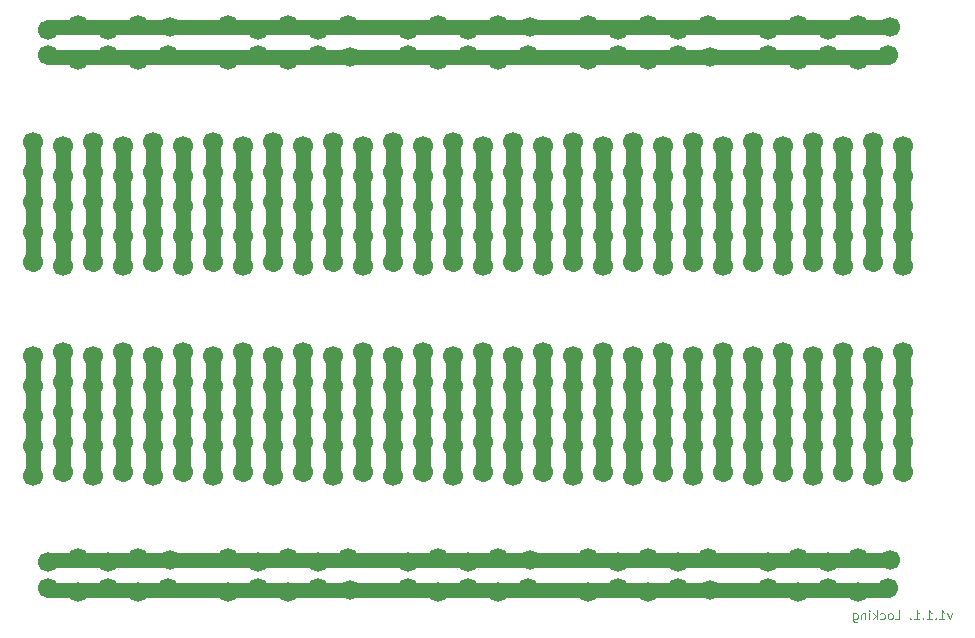
<source format=gbr>
%TF.GenerationSoftware,KiCad,Pcbnew,9.0.1*%
%TF.CreationDate,2025-05-06T21:02:19-04:00*%
%TF.ProjectId,PCB_breadboard,5043425f-6272-4656-9164-626f6172642e,V1.1.1.Locking*%
%TF.SameCoordinates,PX54c81a0PY9157080*%
%TF.FileFunction,Copper,L2,Bot*%
%TF.FilePolarity,Positive*%
%FSLAX46Y46*%
G04 Gerber Fmt 4.6, Leading zero omitted, Abs format (unit mm)*
G04 Created by KiCad (PCBNEW 9.0.1) date 2025-05-06 21:02:19*
%MOMM*%
%LPD*%
G01*
G04 APERTURE LIST*
%ADD10C,0.100000*%
%TA.AperFunction,NonConductor*%
%ADD11C,0.100000*%
%TD*%
%TA.AperFunction,ComponentPad*%
%ADD12C,1.700000*%
%TD*%
%TA.AperFunction,Conductor*%
%ADD13C,1.250000*%
%TD*%
G04 APERTURE END LIST*
D10*
D11*
X82927068Y1196986D02*
X82748496Y696986D01*
X82748496Y696986D02*
X82569925Y1196986D01*
X81891353Y696986D02*
X82319924Y696986D01*
X82105639Y696986D02*
X82105639Y1446986D01*
X82105639Y1446986D02*
X82177067Y1339843D01*
X82177067Y1339843D02*
X82248496Y1268415D01*
X82248496Y1268415D02*
X82319924Y1232700D01*
X81569924Y768415D02*
X81534210Y732700D01*
X81534210Y732700D02*
X81569924Y696986D01*
X81569924Y696986D02*
X81605638Y732700D01*
X81605638Y732700D02*
X81569924Y768415D01*
X81569924Y768415D02*
X81569924Y696986D01*
X80819924Y696986D02*
X81248495Y696986D01*
X81034210Y696986D02*
X81034210Y1446986D01*
X81034210Y1446986D02*
X81105638Y1339843D01*
X81105638Y1339843D02*
X81177067Y1268415D01*
X81177067Y1268415D02*
X81248495Y1232700D01*
X80498495Y768415D02*
X80462781Y732700D01*
X80462781Y732700D02*
X80498495Y696986D01*
X80498495Y696986D02*
X80534209Y732700D01*
X80534209Y732700D02*
X80498495Y768415D01*
X80498495Y768415D02*
X80498495Y696986D01*
X79748495Y696986D02*
X80177066Y696986D01*
X79962781Y696986D02*
X79962781Y1446986D01*
X79962781Y1446986D02*
X80034209Y1339843D01*
X80034209Y1339843D02*
X80105638Y1268415D01*
X80105638Y1268415D02*
X80177066Y1232700D01*
X79427066Y768415D02*
X79391352Y732700D01*
X79391352Y732700D02*
X79427066Y696986D01*
X79427066Y696986D02*
X79462780Y732700D01*
X79462780Y732700D02*
X79427066Y768415D01*
X79427066Y768415D02*
X79427066Y696986D01*
X78141351Y696986D02*
X78498494Y696986D01*
X78498494Y696986D02*
X78498494Y1446986D01*
X77784208Y696986D02*
X77855637Y732700D01*
X77855637Y732700D02*
X77891351Y768415D01*
X77891351Y768415D02*
X77927065Y839843D01*
X77927065Y839843D02*
X77927065Y1054129D01*
X77927065Y1054129D02*
X77891351Y1125558D01*
X77891351Y1125558D02*
X77855637Y1161272D01*
X77855637Y1161272D02*
X77784208Y1196986D01*
X77784208Y1196986D02*
X77677065Y1196986D01*
X77677065Y1196986D02*
X77605637Y1161272D01*
X77605637Y1161272D02*
X77569923Y1125558D01*
X77569923Y1125558D02*
X77534208Y1054129D01*
X77534208Y1054129D02*
X77534208Y839843D01*
X77534208Y839843D02*
X77569923Y768415D01*
X77569923Y768415D02*
X77605637Y732700D01*
X77605637Y732700D02*
X77677065Y696986D01*
X77677065Y696986D02*
X77784208Y696986D01*
X76891352Y732700D02*
X76962780Y696986D01*
X76962780Y696986D02*
X77105637Y696986D01*
X77105637Y696986D02*
X77177066Y732700D01*
X77177066Y732700D02*
X77212780Y768415D01*
X77212780Y768415D02*
X77248494Y839843D01*
X77248494Y839843D02*
X77248494Y1054129D01*
X77248494Y1054129D02*
X77212780Y1125558D01*
X77212780Y1125558D02*
X77177066Y1161272D01*
X77177066Y1161272D02*
X77105637Y1196986D01*
X77105637Y1196986D02*
X76962780Y1196986D01*
X76962780Y1196986D02*
X76891352Y1161272D01*
X76569923Y696986D02*
X76569923Y1446986D01*
X76498495Y982700D02*
X76284209Y696986D01*
X76284209Y1196986D02*
X76569923Y911272D01*
X75962780Y696986D02*
X75962780Y1196986D01*
X75962780Y1446986D02*
X75998494Y1411272D01*
X75998494Y1411272D02*
X75962780Y1375558D01*
X75962780Y1375558D02*
X75927066Y1411272D01*
X75927066Y1411272D02*
X75962780Y1446986D01*
X75962780Y1446986D02*
X75962780Y1375558D01*
X75605637Y1196986D02*
X75605637Y696986D01*
X75605637Y1125558D02*
X75569923Y1161272D01*
X75569923Y1161272D02*
X75498494Y1196986D01*
X75498494Y1196986D02*
X75391351Y1196986D01*
X75391351Y1196986D02*
X75319923Y1161272D01*
X75319923Y1161272D02*
X75284209Y1089843D01*
X75284209Y1089843D02*
X75284209Y696986D01*
X74605638Y1196986D02*
X74605638Y589843D01*
X74605638Y589843D02*
X74641352Y518415D01*
X74641352Y518415D02*
X74677066Y482700D01*
X74677066Y482700D02*
X74748495Y446986D01*
X74748495Y446986D02*
X74855638Y446986D01*
X74855638Y446986D02*
X74927066Y482700D01*
X74605638Y732700D02*
X74677066Y696986D01*
X74677066Y696986D02*
X74819923Y696986D01*
X74819923Y696986D02*
X74891352Y732700D01*
X74891352Y732700D02*
X74927066Y768415D01*
X74927066Y768415D02*
X74962780Y839843D01*
X74962780Y839843D02*
X74962780Y1054129D01*
X74962780Y1054129D02*
X74927066Y1125558D01*
X74927066Y1125558D02*
X74891352Y1161272D01*
X74891352Y1161272D02*
X74819923Y1196986D01*
X74819923Y1196986D02*
X74677066Y1196986D01*
X74677066Y1196986D02*
X74605638Y1161272D01*
D12*
%TO.P,K59,1*%
%TO.N,Net-(K59-Pad1)*%
X50890000Y12860000D03*
%TO.P,K59,2*%
X50890000Y15400000D03*
%TO.P,K59,3*%
X50890000Y17940000D03*
%TO.P,K59,4*%
X50890000Y20480000D03*
%TO.P,K59,5*%
X50890000Y23020000D03*
%TD*%
%TO.P,K28,1*%
%TO.N,Net-(K28-Pad1)*%
X48350000Y30640000D03*
%TO.P,K28,2*%
X48350000Y33180000D03*
%TO.P,K28,3*%
X48350000Y35720000D03*
%TO.P,K28,4*%
X48350000Y38260000D03*
%TO.P,K28,5*%
X48350000Y40800000D03*
%TD*%
%TO.P,K30,1*%
%TO.N,Net-(K30-Pad1)*%
X53430000Y30640000D03*
%TO.P,K30,2*%
X53430000Y33180000D03*
%TO.P,K30,3*%
X53430000Y35720000D03*
%TO.P,K30,4*%
X53430000Y38260000D03*
%TO.P,K30,5*%
X53430000Y40800000D03*
%TD*%
%TO.P,K39,1*%
%TO.N,Net-(K39-Pad1)*%
X76290000Y30980000D03*
%TO.P,K39,2*%
X76290000Y33520000D03*
%TO.P,K39,3*%
X76290000Y36060000D03*
%TO.P,K39,4*%
X76290000Y38600000D03*
%TO.P,K39,5*%
X76290000Y41140000D03*
%TD*%
%TO.P,K63,1*%
%TO.N,Net-(K63-Pad1)*%
X61050000Y12860000D03*
%TO.P,K63,2*%
X61050000Y15400000D03*
%TO.P,K63,3*%
X61050000Y17940000D03*
%TO.P,K63,4*%
X61050000Y20480000D03*
%TO.P,K63,5*%
X61050000Y23020000D03*
%TD*%
%TO.P,K46,1*%
%TO.N,Net-(K46-Pad1)*%
X17870000Y13200000D03*
%TO.P,K46,2*%
X17870000Y15740000D03*
%TO.P,K46,3*%
X17870000Y18280000D03*
%TO.P,K46,4*%
X17870000Y20820000D03*
%TO.P,K46,5*%
X17870000Y23360000D03*
%TD*%
%TO.P,K35,1*%
%TO.N,Net-(K35-Pad1)*%
X66130000Y30980000D03*
%TO.P,K35,2*%
X66130000Y33520000D03*
%TO.P,K35,3*%
X66130000Y36060000D03*
%TO.P,K35,4*%
X66130000Y38600000D03*
%TO.P,K35,5*%
X66130000Y41140000D03*
%TD*%
%TO.P,K14,1*%
%TO.N,Net-(K14-Pad1)*%
X12790000Y30640000D03*
%TO.P,K14,2*%
X12790000Y33180000D03*
%TO.P,K14,3*%
X12790000Y35720000D03*
%TO.P,K14,4*%
X12790000Y38260000D03*
%TO.P,K14,5*%
X12790000Y40800000D03*
%TD*%
%TO.P,K9,1*%
%TO.N,Net-(K10-Pad1)*%
X52160000Y48090000D03*
%TO.P,K9,2*%
X54700000Y48430000D03*
%TO.P,K9,3*%
X57240000Y48090000D03*
%TO.P,K9,4*%
X59780000Y48430000D03*
%TO.P,K9,5*%
X62490000Y48260000D03*
%TD*%
%TO.P,K47,1*%
%TO.N,Net-(K47-Pad1)*%
X20410000Y12860000D03*
%TO.P,K47,2*%
X20410000Y15400000D03*
%TO.P,K47,3*%
X20410000Y17940000D03*
%TO.P,K47,4*%
X20410000Y20480000D03*
%TO.P,K47,5*%
X20410000Y23020000D03*
%TD*%
%TO.P,K56,1*%
%TO.N,Net-(K56-Pad1)*%
X43270000Y13200000D03*
%TO.P,K56,2*%
X43270000Y15740000D03*
%TO.P,K56,3*%
X43270000Y18280000D03*
%TO.P,K56,4*%
X43270000Y20820000D03*
%TO.P,K56,5*%
X43270000Y23360000D03*
%TD*%
%TO.P,K32,1*%
%TO.N,Net-(K32-Pad1)*%
X58510000Y30640000D03*
%TO.P,K32,2*%
X58510000Y33180000D03*
%TO.P,K32,3*%
X58510000Y35720000D03*
%TO.P,K32,4*%
X58510000Y38260000D03*
%TO.P,K32,5*%
X58510000Y40800000D03*
%TD*%
%TO.P,K54,1*%
%TO.N,Net-(K54-Pad1)*%
X38190000Y13200000D03*
%TO.P,K54,2*%
X38190000Y15740000D03*
%TO.P,K54,3*%
X38190000Y18280000D03*
%TO.P,K54,4*%
X38190000Y20820000D03*
%TO.P,K54,5*%
X38190000Y23360000D03*
%TD*%
%TO.P,K26,1*%
%TO.N,Net-(K26-Pad1)*%
X43270000Y30640000D03*
%TO.P,K26,2*%
X43270000Y33180000D03*
%TO.P,K26,3*%
X43270000Y35720000D03*
%TO.P,K26,4*%
X43270000Y38260000D03*
%TO.P,K26,5*%
X43270000Y40800000D03*
%TD*%
%TO.P,K18,1*%
%TO.N,Net-(K18-Pad1)*%
X22950000Y30640000D03*
%TO.P,K18,2*%
X22950000Y33180000D03*
%TO.P,K18,3*%
X22950000Y35720000D03*
%TO.P,K18,4*%
X22950000Y38260000D03*
%TO.P,K18,5*%
X22950000Y40800000D03*
%TD*%
%TO.P,K44,1*%
%TO.N,Net-(K44-Pad1)*%
X12790000Y13200000D03*
%TO.P,K44,2*%
X12790000Y15740000D03*
%TO.P,K44,3*%
X12790000Y18280000D03*
%TO.P,K44,4*%
X12790000Y20820000D03*
%TO.P,K44,5*%
X12790000Y23360000D03*
%TD*%
%TO.P,K15,1*%
%TO.N,Net-(K15-Pad1)*%
X15330000Y30980000D03*
%TO.P,K15,2*%
X15330000Y33520000D03*
%TO.P,K15,3*%
X15330000Y36060000D03*
%TO.P,K15,4*%
X15330000Y38600000D03*
%TO.P,K15,5*%
X15330000Y41140000D03*
%TD*%
%TO.P,K2,1*%
%TO.N,Net-(K1-Pad1)*%
X21680000Y50970000D03*
%TO.P,K2,2*%
X24220000Y50630000D03*
%TO.P,K2,3*%
X26760000Y50970000D03*
%TO.P,K2,4*%
X29300000Y50630000D03*
%TO.P,K2,5*%
X31840000Y50970000D03*
%TD*%
%TO.P,K16,1*%
%TO.N,Net-(K16-Pad1)*%
X17870000Y30640000D03*
%TO.P,K16,2*%
X17870000Y33180000D03*
%TO.P,K16,3*%
X17870000Y35720000D03*
%TO.P,K16,4*%
X17870000Y38260000D03*
%TO.P,K16,5*%
X17870000Y40800000D03*
%TD*%
%TO.P,K13,1*%
%TO.N,Net-(K13-Pad1)*%
X10250000Y30980000D03*
%TO.P,K13,2*%
X10250000Y33520000D03*
%TO.P,K13,3*%
X10250000Y36060000D03*
%TO.P,K13,4*%
X10250000Y38600000D03*
%TO.P,K13,5*%
X10250000Y41140000D03*
%TD*%
%TO.P,K37,1*%
%TO.N,Net-(K37-Pad1)*%
X71210000Y30980000D03*
%TO.P,K37,2*%
X71210000Y33520000D03*
%TO.P,K37,3*%
X71210000Y36060000D03*
%TO.P,K37,4*%
X71210000Y38600000D03*
%TO.P,K37,5*%
X71210000Y41140000D03*
%TD*%
%TO.P,K3,1*%
%TO.N,Net-(K1-Pad1)*%
X36920000Y50630000D03*
%TO.P,K3,2*%
X39460000Y50970000D03*
%TO.P,K3,3*%
X42000000Y50630000D03*
%TO.P,K3,4*%
X44540000Y50970000D03*
%TO.P,K3,5*%
X47250000Y50800000D03*
%TD*%
%TO.P,K73,1*%
%TO.N,Net-(K71-Pad1)*%
X36920000Y5570000D03*
%TO.P,K73,2*%
X39460000Y5910000D03*
%TO.P,K73,3*%
X42000000Y5570000D03*
%TO.P,K73,4*%
X44540000Y5910000D03*
%TO.P,K73,5*%
X47250000Y5740000D03*
%TD*%
%TO.P,K80,1*%
%TO.N,Net-(K76-Pad1)*%
X67400000Y3370000D03*
%TO.P,K80,2*%
X69940000Y3030000D03*
%TO.P,K80,3*%
X72480000Y3370000D03*
%TO.P,K80,4*%
X75020000Y3030000D03*
%TO.P,K80,5*%
X77560000Y3370000D03*
%TD*%
%TO.P,K23,1*%
%TO.N,Net-(K23-Pad1)*%
X35650000Y30980000D03*
%TO.P,K23,2*%
X35650000Y33520000D03*
%TO.P,K23,3*%
X35650000Y36060000D03*
%TO.P,K23,4*%
X35650000Y38600000D03*
%TO.P,K23,5*%
X35650000Y41140000D03*
%TD*%
%TO.P,K68,1*%
%TO.N,Net-(K68-Pad1)*%
X73750000Y13200000D03*
%TO.P,K68,2*%
X73750000Y15740000D03*
%TO.P,K68,3*%
X73750000Y18280000D03*
%TO.P,K68,4*%
X73750000Y20820000D03*
%TO.P,K68,5*%
X73750000Y23360000D03*
%TD*%
%TO.P,K5,1*%
%TO.N,Net-(K1-Pad1)*%
X67400000Y50630000D03*
%TO.P,K5,2*%
X69940000Y50970000D03*
%TO.P,K5,3*%
X72480000Y50630000D03*
%TO.P,K5,4*%
X75020000Y50970000D03*
%TO.P,K5,5*%
X77730000Y50800000D03*
%TD*%
%TO.P,K27,1*%
%TO.N,Net-(K27-Pad1)*%
X45810000Y30980000D03*
%TO.P,K27,2*%
X45810000Y33520000D03*
%TO.P,K27,3*%
X45810000Y36060000D03*
%TO.P,K27,4*%
X45810000Y38600000D03*
%TO.P,K27,5*%
X45810000Y41140000D03*
%TD*%
%TO.P,K64,1*%
%TO.N,Net-(K64-Pad1)*%
X63590000Y13200000D03*
%TO.P,K64,2*%
X63590000Y15740000D03*
%TO.P,K64,3*%
X63590000Y18280000D03*
%TO.P,K64,4*%
X63590000Y20820000D03*
%TO.P,K64,5*%
X63590000Y23360000D03*
%TD*%
%TO.P,K25,1*%
%TO.N,Net-(K25-Pad1)*%
X40730000Y30980000D03*
%TO.P,K25,2*%
X40730000Y33520000D03*
%TO.P,K25,3*%
X40730000Y36060000D03*
%TO.P,K25,4*%
X40730000Y38600000D03*
%TO.P,K25,5*%
X40730000Y41140000D03*
%TD*%
%TO.P,K36,1*%
%TO.N,Net-(K36-Pad1)*%
X68670000Y30640000D03*
%TO.P,K36,2*%
X68670000Y33180000D03*
%TO.P,K36,3*%
X68670000Y35720000D03*
%TO.P,K36,4*%
X68670000Y38260000D03*
%TO.P,K36,5*%
X68670000Y40800000D03*
%TD*%
%TO.P,K21,1*%
%TO.N,Net-(K21-Pad1)*%
X30570000Y30980000D03*
%TO.P,K21,2*%
X30570000Y33520000D03*
%TO.P,K21,3*%
X30570000Y36060000D03*
%TO.P,K21,4*%
X30570000Y38600000D03*
%TO.P,K21,5*%
X30570000Y41140000D03*
%TD*%
%TO.P,K1,1*%
%TO.N,Net-(K1-Pad1)*%
X6440000Y50630000D03*
%TO.P,K1,2*%
X8980000Y50970000D03*
%TO.P,K1,3*%
X11520000Y50630000D03*
%TO.P,K1,4*%
X14060000Y50970000D03*
%TO.P,K1,5*%
X16770000Y50800000D03*
%TD*%
%TO.P,K79,1*%
%TO.N,Net-(K76-Pad1)*%
X52160000Y3030000D03*
%TO.P,K79,2*%
X54700000Y3370000D03*
%TO.P,K79,3*%
X57240000Y3030000D03*
%TO.P,K79,4*%
X59780000Y3370000D03*
%TO.P,K79,5*%
X62490000Y3200000D03*
%TD*%
%TO.P,K6,1*%
%TO.N,Net-(K10-Pad1)*%
X6440000Y48430000D03*
%TO.P,K6,2*%
X8980000Y48090000D03*
%TO.P,K6,3*%
X11520000Y48430000D03*
%TO.P,K6,4*%
X14060000Y48090000D03*
%TO.P,K6,5*%
X16600000Y48430000D03*
%TD*%
%TO.P,K51,1*%
%TO.N,Net-(K51-Pad1)*%
X30570000Y12860000D03*
%TO.P,K51,2*%
X30570000Y15400000D03*
%TO.P,K51,3*%
X30570000Y17940000D03*
%TO.P,K51,4*%
X30570000Y20480000D03*
%TO.P,K51,5*%
X30570000Y23020000D03*
%TD*%
%TO.P,K41,1*%
%TO.N,Net-(K41-Pad1)*%
X5170000Y12860000D03*
%TO.P,K41,2*%
X5170000Y15400000D03*
%TO.P,K41,3*%
X5170000Y17940000D03*
%TO.P,K41,4*%
X5170000Y20480000D03*
%TO.P,K41,5*%
X5170000Y23020000D03*
%TD*%
%TO.P,K45,1*%
%TO.N,Net-(K45-Pad1)*%
X15330000Y12860000D03*
%TO.P,K45,2*%
X15330000Y15400000D03*
%TO.P,K45,3*%
X15330000Y17940000D03*
%TO.P,K45,4*%
X15330000Y20480000D03*
%TO.P,K45,5*%
X15330000Y23020000D03*
%TD*%
%TO.P,K40,1*%
%TO.N,Net-(K40-Pad1)*%
X78830000Y30640000D03*
%TO.P,K40,2*%
X78830000Y33180000D03*
%TO.P,K40,3*%
X78830000Y35720000D03*
%TO.P,K40,4*%
X78830000Y38260000D03*
%TO.P,K40,5*%
X78830000Y40800000D03*
%TD*%
%TO.P,K11,1*%
%TO.N,Net-(K11-Pad1)*%
X5170000Y30980000D03*
%TO.P,K11,2*%
X5170000Y33520000D03*
%TO.P,K11,3*%
X5170000Y36060000D03*
%TO.P,K11,4*%
X5170000Y38600000D03*
%TO.P,K11,5*%
X5170000Y41140000D03*
%TD*%
%TO.P,K31,1*%
%TO.N,Net-(K31-Pad1)*%
X55970000Y30980000D03*
%TO.P,K31,2*%
X55970000Y33520000D03*
%TO.P,K31,3*%
X55970000Y36060000D03*
%TO.P,K31,4*%
X55970000Y38600000D03*
%TO.P,K31,5*%
X55970000Y41140000D03*
%TD*%
%TO.P,K43,1*%
%TO.N,Net-(K43-Pad1)*%
X10250000Y12860000D03*
%TO.P,K43,2*%
X10250000Y15400000D03*
%TO.P,K43,3*%
X10250000Y17940000D03*
%TO.P,K43,4*%
X10250000Y20480000D03*
%TO.P,K43,5*%
X10250000Y23020000D03*
%TD*%
%TO.P,K72,1*%
%TO.N,Net-(K71-Pad1)*%
X21680000Y5910000D03*
%TO.P,K72,2*%
X24220000Y5570000D03*
%TO.P,K72,3*%
X26760000Y5910000D03*
%TO.P,K72,4*%
X29300000Y5570000D03*
%TO.P,K72,5*%
X31840000Y5910000D03*
%TD*%
%TO.P,K33,1*%
%TO.N,Net-(K33-Pad1)*%
X61050000Y30980000D03*
%TO.P,K33,2*%
X61050000Y33520000D03*
%TO.P,K33,3*%
X61050000Y36060000D03*
%TO.P,K33,4*%
X61050000Y38600000D03*
%TO.P,K33,5*%
X61050000Y41140000D03*
%TD*%
%TO.P,K55,1*%
%TO.N,Net-(K55-Pad1)*%
X40730000Y12860000D03*
%TO.P,K55,2*%
X40730000Y15400000D03*
%TO.P,K55,3*%
X40730000Y17940000D03*
%TO.P,K55,4*%
X40730000Y20480000D03*
%TO.P,K55,5*%
X40730000Y23020000D03*
%TD*%
%TO.P,K53,1*%
%TO.N,Net-(K53-Pad1)*%
X35650000Y12860000D03*
%TO.P,K53,2*%
X35650000Y15400000D03*
%TO.P,K53,3*%
X35650000Y17940000D03*
%TO.P,K53,4*%
X35650000Y20480000D03*
%TO.P,K53,5*%
X35650000Y23020000D03*
%TD*%
%TO.P,K57,1*%
%TO.N,Net-(K57-Pad1)*%
X45810000Y12860000D03*
%TO.P,K57,2*%
X45810000Y15400000D03*
%TO.P,K57,3*%
X45810000Y17940000D03*
%TO.P,K57,4*%
X45810000Y20480000D03*
%TO.P,K57,5*%
X45810000Y23020000D03*
%TD*%
%TO.P,K10,1*%
%TO.N,Net-(K10-Pad1)*%
X67400000Y48430000D03*
%TO.P,K10,2*%
X69940000Y48090000D03*
%TO.P,K10,3*%
X72480000Y48430000D03*
%TO.P,K10,4*%
X75020000Y48090000D03*
%TO.P,K10,5*%
X77560000Y48430000D03*
%TD*%
%TO.P,K8,1*%
%TO.N,Net-(K10-Pad1)*%
X36920000Y48430000D03*
%TO.P,K8,2*%
X39460000Y48090000D03*
%TO.P,K8,3*%
X42000000Y48430000D03*
%TO.P,K8,4*%
X44540000Y48090000D03*
%TO.P,K8,5*%
X47080000Y48430000D03*
%TD*%
%TO.P,K7,1*%
%TO.N,Net-(K10-Pad1)*%
X21680000Y48090000D03*
%TO.P,K7,2*%
X24220000Y48430000D03*
%TO.P,K7,3*%
X26760000Y48090000D03*
%TO.P,K7,4*%
X29300000Y48430000D03*
%TO.P,K7,5*%
X32010000Y48260000D03*
%TD*%
%TO.P,K24,1*%
%TO.N,Net-(K24-Pad1)*%
X38190000Y30640000D03*
%TO.P,K24,2*%
X38190000Y33180000D03*
%TO.P,K24,3*%
X38190000Y35720000D03*
%TO.P,K24,4*%
X38190000Y38260000D03*
%TO.P,K24,5*%
X38190000Y40800000D03*
%TD*%
%TO.P,K19,1*%
%TO.N,Net-(K19-Pad1)*%
X25490000Y30980000D03*
%TO.P,K19,2*%
X25490000Y33520000D03*
%TO.P,K19,3*%
X25490000Y36060000D03*
%TO.P,K19,4*%
X25490000Y38600000D03*
%TO.P,K19,5*%
X25490000Y41140000D03*
%TD*%
%TO.P,K49,1*%
%TO.N,Net-(K49-Pad1)*%
X25490000Y12860000D03*
%TO.P,K49,2*%
X25490000Y15400000D03*
%TO.P,K49,3*%
X25490000Y17940000D03*
%TO.P,K49,4*%
X25490000Y20480000D03*
%TO.P,K49,5*%
X25490000Y23020000D03*
%TD*%
%TO.P,K70,1*%
%TO.N,Net-(K70-Pad1)*%
X78830000Y13200000D03*
%TO.P,K70,2*%
X78830000Y15740000D03*
%TO.P,K70,3*%
X78830000Y18280000D03*
%TO.P,K70,4*%
X78830000Y20820000D03*
%TO.P,K70,5*%
X78830000Y23360000D03*
%TD*%
%TO.P,K78,1*%
%TO.N,Net-(K76-Pad1)*%
X36920000Y3370000D03*
%TO.P,K78,2*%
X39460000Y3030000D03*
%TO.P,K78,3*%
X42000000Y3370000D03*
%TO.P,K78,4*%
X44540000Y3030000D03*
%TO.P,K78,5*%
X47080000Y3370000D03*
%TD*%
%TO.P,K71,1*%
%TO.N,Net-(K71-Pad1)*%
X6440000Y5570000D03*
%TO.P,K71,2*%
X8980000Y5910000D03*
%TO.P,K71,3*%
X11520000Y5570000D03*
%TO.P,K71,4*%
X14060000Y5910000D03*
%TO.P,K71,5*%
X16770000Y5740000D03*
%TD*%
%TO.P,K29,1*%
%TO.N,Net-(K29-Pad1)*%
X50890000Y30980000D03*
%TO.P,K29,2*%
X50890000Y33520000D03*
%TO.P,K29,3*%
X50890000Y36060000D03*
%TO.P,K29,4*%
X50890000Y38600000D03*
%TO.P,K29,5*%
X50890000Y41140000D03*
%TD*%
%TO.P,K61,1*%
%TO.N,Net-(K61-Pad1)*%
X55970000Y12860000D03*
%TO.P,K61,2*%
X55970000Y15400000D03*
%TO.P,K61,3*%
X55970000Y17940000D03*
%TO.P,K61,4*%
X55970000Y20480000D03*
%TO.P,K61,5*%
X55970000Y23020000D03*
%TD*%
%TO.P,K74,1*%
%TO.N,Net-(K71-Pad1)*%
X52160000Y5910000D03*
%TO.P,K74,2*%
X54700000Y5570000D03*
%TO.P,K74,3*%
X57240000Y5910000D03*
%TO.P,K74,4*%
X59780000Y5570000D03*
%TO.P,K74,5*%
X62320000Y5910000D03*
%TD*%
%TO.P,K75,1*%
%TO.N,Net-(K71-Pad1)*%
X67400000Y5570000D03*
%TO.P,K75,2*%
X69940000Y5910000D03*
%TO.P,K75,3*%
X72480000Y5570000D03*
%TO.P,K75,4*%
X75020000Y5910000D03*
%TO.P,K75,5*%
X77730000Y5740000D03*
%TD*%
%TO.P,K62,1*%
%TO.N,Net-(K62-Pad1)*%
X58510000Y13200000D03*
%TO.P,K62,2*%
X58510000Y15740000D03*
%TO.P,K62,3*%
X58510000Y18280000D03*
%TO.P,K62,4*%
X58510000Y20820000D03*
%TO.P,K62,5*%
X58510000Y23360000D03*
%TD*%
%TO.P,K60,1*%
%TO.N,Net-(K60-Pad1)*%
X53430000Y13200000D03*
%TO.P,K60,2*%
X53430000Y15740000D03*
%TO.P,K60,3*%
X53430000Y18280000D03*
%TO.P,K60,4*%
X53430000Y20820000D03*
%TO.P,K60,5*%
X53430000Y23360000D03*
%TD*%
%TO.P,K42,1*%
%TO.N,Net-(K42-Pad1)*%
X7710000Y13200000D03*
%TO.P,K42,2*%
X7710000Y15740000D03*
%TO.P,K42,3*%
X7710000Y18280000D03*
%TO.P,K42,4*%
X7710000Y20820000D03*
%TO.P,K42,5*%
X7710000Y23360000D03*
%TD*%
%TO.P,K58,1*%
%TO.N,Net-(K58-Pad1)*%
X48350000Y13200000D03*
%TO.P,K58,2*%
X48350000Y15740000D03*
%TO.P,K58,3*%
X48350000Y18280000D03*
%TO.P,K58,4*%
X48350000Y20820000D03*
%TO.P,K58,5*%
X48350000Y23360000D03*
%TD*%
%TO.P,K76,1*%
%TO.N,Net-(K76-Pad1)*%
X6440000Y3370000D03*
%TO.P,K76,2*%
X8980000Y3030000D03*
%TO.P,K76,3*%
X11520000Y3370000D03*
%TO.P,K76,4*%
X14060000Y3030000D03*
%TO.P,K76,5*%
X16600000Y3370000D03*
%TD*%
%TO.P,K17,1*%
%TO.N,Net-(K17-Pad1)*%
X20410000Y30980000D03*
%TO.P,K17,2*%
X20410000Y33520000D03*
%TO.P,K17,3*%
X20410000Y36060000D03*
%TO.P,K17,4*%
X20410000Y38600000D03*
%TO.P,K17,5*%
X20410000Y41140000D03*
%TD*%
%TO.P,K66,1*%
%TO.N,Net-(K66-Pad1)*%
X68670000Y13200000D03*
%TO.P,K66,2*%
X68670000Y15740000D03*
%TO.P,K66,3*%
X68670000Y18280000D03*
%TO.P,K66,4*%
X68670000Y20820000D03*
%TO.P,K66,5*%
X68670000Y23360000D03*
%TD*%
%TO.P,K34,1*%
%TO.N,Net-(K34-Pad1)*%
X63590000Y30640000D03*
%TO.P,K34,2*%
X63590000Y33180000D03*
%TO.P,K34,3*%
X63590000Y35720000D03*
%TO.P,K34,4*%
X63590000Y38260000D03*
%TO.P,K34,5*%
X63590000Y40800000D03*
%TD*%
%TO.P,K65,1*%
%TO.N,Net-(K65-Pad1)*%
X66130000Y12860000D03*
%TO.P,K65,2*%
X66130000Y15400000D03*
%TO.P,K65,3*%
X66130000Y17940000D03*
%TO.P,K65,4*%
X66130000Y20480000D03*
%TO.P,K65,5*%
X66130000Y23020000D03*
%TD*%
%TO.P,K4,1*%
%TO.N,Net-(K1-Pad1)*%
X52160000Y50970000D03*
%TO.P,K4,2*%
X54700000Y50630000D03*
%TO.P,K4,3*%
X57240000Y50970000D03*
%TO.P,K4,4*%
X59780000Y50630000D03*
%TO.P,K4,5*%
X62320000Y50970000D03*
%TD*%
%TO.P,K69,1*%
%TO.N,Net-(K69-Pad1)*%
X76290000Y12860000D03*
%TO.P,K69,2*%
X76290000Y15400000D03*
%TO.P,K69,3*%
X76290000Y17940000D03*
%TO.P,K69,4*%
X76290000Y20480000D03*
%TO.P,K69,5*%
X76290000Y23020000D03*
%TD*%
%TO.P,K22,1*%
%TO.N,Net-(K22-Pad1)*%
X33110000Y30640000D03*
%TO.P,K22,2*%
X33110000Y33180000D03*
%TO.P,K22,3*%
X33110000Y35720000D03*
%TO.P,K22,4*%
X33110000Y38260000D03*
%TO.P,K22,5*%
X33110000Y40800000D03*
%TD*%
%TO.P,K67,1*%
%TO.N,Net-(K67-Pad1)*%
X71210000Y12860000D03*
%TO.P,K67,2*%
X71210000Y15400000D03*
%TO.P,K67,3*%
X71210000Y17940000D03*
%TO.P,K67,4*%
X71210000Y20480000D03*
%TO.P,K67,5*%
X71210000Y23020000D03*
%TD*%
%TO.P,K12,1*%
%TO.N,Net-(K12-Pad1)*%
X7710000Y30640000D03*
%TO.P,K12,2*%
X7710000Y33180000D03*
%TO.P,K12,3*%
X7710000Y35720000D03*
%TO.P,K12,4*%
X7710000Y38260000D03*
%TO.P,K12,5*%
X7710000Y40800000D03*
%TD*%
%TO.P,K50,1*%
%TO.N,Net-(K50-Pad1)*%
X28030000Y13200000D03*
%TO.P,K50,2*%
X28030000Y15740000D03*
%TO.P,K50,3*%
X28030000Y18280000D03*
%TO.P,K50,4*%
X28030000Y20820000D03*
%TO.P,K50,5*%
X28030000Y23360000D03*
%TD*%
%TO.P,K38,1*%
%TO.N,Net-(K38-Pad1)*%
X73750000Y30640000D03*
%TO.P,K38,2*%
X73750000Y33180000D03*
%TO.P,K38,3*%
X73750000Y35720000D03*
%TO.P,K38,4*%
X73750000Y38260000D03*
%TO.P,K38,5*%
X73750000Y40800000D03*
%TD*%
%TO.P,K20,1*%
%TO.N,Net-(K20-Pad1)*%
X28030000Y30640000D03*
%TO.P,K20,2*%
X28030000Y33180000D03*
%TO.P,K20,3*%
X28030000Y35720000D03*
%TO.P,K20,4*%
X28030000Y38260000D03*
%TO.P,K20,5*%
X28030000Y40800000D03*
%TD*%
%TO.P,K48,1*%
%TO.N,Net-(K48-Pad1)*%
X22950000Y13200000D03*
%TO.P,K48,2*%
X22950000Y15740000D03*
%TO.P,K48,3*%
X22950000Y18280000D03*
%TO.P,K48,4*%
X22950000Y20820000D03*
%TO.P,K48,5*%
X22950000Y23360000D03*
%TD*%
%TO.P,K77,1*%
%TO.N,Net-(K76-Pad1)*%
X21680000Y3030000D03*
%TO.P,K77,2*%
X24220000Y3370000D03*
%TO.P,K77,3*%
X26760000Y3030000D03*
%TO.P,K77,4*%
X29300000Y3370000D03*
%TO.P,K77,5*%
X32010000Y3200000D03*
%TD*%
%TO.P,K52,1*%
%TO.N,Net-(K52-Pad1)*%
X33110000Y13200000D03*
%TO.P,K52,2*%
X33110000Y15740000D03*
%TO.P,K52,3*%
X33110000Y18280000D03*
%TO.P,K52,4*%
X33110000Y20820000D03*
%TO.P,K52,5*%
X33110000Y23360000D03*
%TD*%
D13*
%TO.N,Net-(K1-Pad1)*%
X6440000Y50800000D02*
X77560000Y50800000D01*
%TO.N,Net-(K25-Pad1)*%
X40730000Y30810000D02*
X40730000Y40970000D01*
%TO.N,Net-(K10-Pad1)*%
X77560000Y48260000D02*
X6440000Y48260000D01*
%TO.N,Net-(K11-Pad1)*%
X5170000Y30810000D02*
X5170000Y40970000D01*
%TO.N,Net-(K12-Pad1)*%
X7710000Y40970000D02*
X7710000Y30810000D01*
%TO.N,Net-(K13-Pad1)*%
X10250000Y30810000D02*
X10250000Y40970000D01*
%TO.N,Net-(K14-Pad1)*%
X12790000Y40970000D02*
X12790000Y30810000D01*
%TO.N,Net-(K15-Pad1)*%
X15330000Y30810000D02*
X15330000Y40970000D01*
%TO.N,Net-(K16-Pad1)*%
X17870000Y40970000D02*
X17870000Y30810000D01*
%TO.N,Net-(K17-Pad1)*%
X20410000Y30810000D02*
X20410000Y40970000D01*
%TO.N,Net-(K18-Pad1)*%
X22950000Y40970000D02*
X22950000Y30810000D01*
%TO.N,Net-(K19-Pad1)*%
X25490000Y30810000D02*
X25490000Y40970000D01*
%TO.N,Net-(K20-Pad1)*%
X28030000Y40970000D02*
X28030000Y30810000D01*
%TO.N,Net-(K21-Pad1)*%
X30570000Y30810000D02*
X30570000Y40970000D01*
%TO.N,Net-(K22-Pad1)*%
X33110000Y40970000D02*
X33110000Y30810000D01*
%TO.N,Net-(K23-Pad1)*%
X35650000Y30810000D02*
X35650000Y40970000D01*
%TO.N,Net-(K24-Pad1)*%
X38190000Y40970000D02*
X38190000Y30810000D01*
%TO.N,Net-(K29-Pad1)*%
X50890000Y30810000D02*
X50890000Y40970000D01*
%TO.N,Net-(K30-Pad1)*%
X53430000Y40970000D02*
X53430000Y30810000D01*
%TO.N,Net-(K31-Pad1)*%
X55970000Y30810000D02*
X55970000Y40970000D01*
%TO.N,Net-(K32-Pad1)*%
X58510000Y40970000D02*
X58510000Y30810000D01*
%TO.N,Net-(K33-Pad1)*%
X61050000Y30810000D02*
X61050000Y40970000D01*
%TO.N,Net-(K34-Pad1)*%
X63590000Y40970000D02*
X63590000Y30810000D01*
%TO.N,Net-(K35-Pad1)*%
X66130000Y30810000D02*
X66130000Y40970000D01*
%TO.N,Net-(K36-Pad1)*%
X68670000Y40970000D02*
X68670000Y30810000D01*
%TO.N,Net-(K39-Pad1)*%
X76290000Y30810000D02*
X76290000Y40970000D01*
%TO.N,Net-(K40-Pad1)*%
X78830000Y40970000D02*
X78830000Y30810000D01*
%TO.N,Net-(K41-Pad1)*%
X5170000Y13030000D02*
X5170000Y23190000D01*
%TO.N,Net-(K42-Pad1)*%
X7710000Y23190000D02*
X7710000Y13030000D01*
%TO.N,Net-(K45-Pad1)*%
X15330000Y13030000D02*
X15330000Y23190000D01*
%TO.N,Net-(K46-Pad1)*%
X17870000Y23190000D02*
X17870000Y13030000D01*
%TO.N,Net-(K47-Pad1)*%
X20410000Y13030000D02*
X20410000Y23190000D01*
%TO.N,Net-(K48-Pad1)*%
X22950000Y23190000D02*
X22950000Y13030000D01*
%TO.N,Net-(K49-Pad1)*%
X25490000Y13030000D02*
X25490000Y23190000D01*
%TO.N,Net-(K50-Pad1)*%
X28030000Y23190000D02*
X28030000Y13030000D01*
%TO.N,Net-(K51-Pad1)*%
X30570000Y13030000D02*
X30570000Y23190000D01*
%TO.N,Net-(K52-Pad1)*%
X33110000Y23190000D02*
X33110000Y13030000D01*
%TO.N,Net-(K57-Pad1)*%
X45810000Y13030000D02*
X45810000Y23190000D01*
%TO.N,Net-(K58-Pad1)*%
X48350000Y23190000D02*
X48350000Y13030000D01*
%TO.N,Net-(K59-Pad1)*%
X50890000Y13030000D02*
X50890000Y23190000D01*
%TO.N,Net-(K60-Pad1)*%
X53430000Y23190000D02*
X53430000Y13030000D01*
%TO.N,Net-(K61-Pad1)*%
X55970000Y13030000D02*
X55970000Y23190000D01*
%TO.N,Net-(K62-Pad1)*%
X58510000Y23190000D02*
X58510000Y13030000D01*
%TO.N,Net-(K63-Pad1)*%
X61050000Y13030000D02*
X61050000Y23190000D01*
%TO.N,Net-(K64-Pad1)*%
X63590000Y23190000D02*
X63590000Y13030000D01*
%TO.N,Net-(K65-Pad1)*%
X66130000Y13030000D02*
X66130000Y23190000D01*
%TO.N,Net-(K66-Pad1)*%
X68670000Y23190000D02*
X68670000Y13030000D01*
%TO.N,Net-(K67-Pad1)*%
X71210000Y13030000D02*
X71210000Y23190000D01*
%TO.N,Net-(K68-Pad1)*%
X73750000Y23190000D02*
X73750000Y13030000D01*
%TO.N,Net-(K76-Pad1)*%
X16600000Y3200000D02*
X77560000Y3200000D01*
X6440000Y3200000D02*
X16600000Y3200000D01*
%TO.N,Net-(K26-Pad1)*%
X43270000Y40970000D02*
X43270000Y30810000D01*
%TO.N,Net-(K27-Pad1)*%
X45810000Y30810000D02*
X45810000Y40970000D01*
%TO.N,Net-(K28-Pad1)*%
X48350000Y40970000D02*
X48350000Y30810000D01*
%TO.N,Net-(K37-Pad1)*%
X71210000Y30810000D02*
X71210000Y40970000D01*
%TO.N,Net-(K38-Pad1)*%
X73750000Y40970000D02*
X73750000Y30810000D01*
%TO.N,Net-(K43-Pad1)*%
X10250000Y13030000D02*
X10250000Y23190000D01*
%TO.N,Net-(K44-Pad1)*%
X12790000Y23190000D02*
X12790000Y13030000D01*
%TO.N,Net-(K53-Pad1)*%
X35650000Y13030000D02*
X35650000Y23190000D01*
%TO.N,Net-(K54-Pad1)*%
X38190000Y23190000D02*
X38190000Y13030000D01*
%TO.N,Net-(K55-Pad1)*%
X40730000Y13030000D02*
X40730000Y23190000D01*
%TO.N,Net-(K56-Pad1)*%
X43270000Y23190000D02*
X43270000Y13030000D01*
%TO.N,Net-(K69-Pad1)*%
X76290000Y13030000D02*
X76290000Y23190000D01*
%TO.N,Net-(K70-Pad1)*%
X78830000Y23190000D02*
X78830000Y13030000D01*
%TO.N,Net-(K71-Pad1)*%
X77560000Y5740000D02*
X67400000Y5740000D01*
X67400000Y5740000D02*
X6440000Y5740000D01*
%TD*%
M02*

</source>
